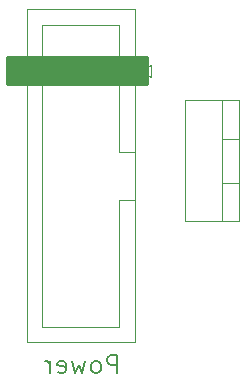
<source format=gbr>
G04 #@! TF.GenerationSoftware,KiCad,Pcbnew,(5.1.9)-1*
G04 #@! TF.CreationDate,2021-04-09T10:44:14+02:00*
G04 #@! TF.ProjectId,Baby 8,42616279-2038-42e6-9b69-6361645f7063,rev?*
G04 #@! TF.SameCoordinates,Original*
G04 #@! TF.FileFunction,Legend,Bot*
G04 #@! TF.FilePolarity,Positive*
%FSLAX46Y46*%
G04 Gerber Fmt 4.6, Leading zero omitted, Abs format (unit mm)*
G04 Created by KiCad (PCBNEW (5.1.9)-1) date 2021-04-09 10:44:14*
%MOMM*%
%LPD*%
G01*
G04 APERTURE LIST*
%ADD10C,0.120000*%
%ADD11C,0.150000*%
%ADD12C,0.254000*%
%ADD13C,0.100000*%
G04 APERTURE END LIST*
D10*
G04 #@! TO.C,J1*
X49010000Y-71625000D02*
X39890000Y-71625000D01*
X39890000Y-71625000D02*
X39890000Y-99825000D01*
X39890000Y-99825000D02*
X49010000Y-99825000D01*
X49010000Y-99825000D02*
X49010000Y-71625000D01*
X49010000Y-83675000D02*
X47700000Y-83675000D01*
X47700000Y-83675000D02*
X47700000Y-72925000D01*
X47700000Y-72925000D02*
X41200000Y-72925000D01*
X41200000Y-72925000D02*
X41200000Y-98525000D01*
X41200000Y-98525000D02*
X47700000Y-98525000D01*
X47700000Y-98525000D02*
X47700000Y-87775000D01*
X47700000Y-87775000D02*
X47700000Y-87775000D01*
X47700000Y-87775000D02*
X49010000Y-87775000D01*
X49400000Y-76835000D02*
X50400000Y-76335000D01*
X50400000Y-76335000D02*
X50400000Y-77335000D01*
X50400000Y-77335000D02*
X49400000Y-76835000D01*
G04 #@! TO.C,U4*
X57880000Y-82604000D02*
X56370000Y-82604000D01*
X57880000Y-86305000D02*
X56370000Y-86305000D01*
X56370000Y-89575000D02*
X56370000Y-79335000D01*
X57880000Y-79335000D02*
X53239000Y-79335000D01*
X57880000Y-89575000D02*
X53239000Y-89575000D01*
X53239000Y-89575000D02*
X53239000Y-79335000D01*
X57880000Y-89575000D02*
X57880000Y-79335000D01*
G04 #@! TO.C,J1*
D11*
X47541285Y-102405571D02*
X47541285Y-100905571D01*
X46969857Y-100905571D01*
X46827000Y-100977000D01*
X46755571Y-101048428D01*
X46684142Y-101191285D01*
X46684142Y-101405571D01*
X46755571Y-101548428D01*
X46827000Y-101619857D01*
X46969857Y-101691285D01*
X47541285Y-101691285D01*
X45827000Y-102405571D02*
X45969857Y-102334142D01*
X46041285Y-102262714D01*
X46112714Y-102119857D01*
X46112714Y-101691285D01*
X46041285Y-101548428D01*
X45969857Y-101477000D01*
X45827000Y-101405571D01*
X45612714Y-101405571D01*
X45469857Y-101477000D01*
X45398428Y-101548428D01*
X45327000Y-101691285D01*
X45327000Y-102119857D01*
X45398428Y-102262714D01*
X45469857Y-102334142D01*
X45612714Y-102405571D01*
X45827000Y-102405571D01*
X44827000Y-101405571D02*
X44541285Y-102405571D01*
X44255571Y-101691285D01*
X43969857Y-102405571D01*
X43684142Y-101405571D01*
X42541285Y-102334142D02*
X42684142Y-102405571D01*
X42969857Y-102405571D01*
X43112714Y-102334142D01*
X43184142Y-102191285D01*
X43184142Y-101619857D01*
X43112714Y-101477000D01*
X42969857Y-101405571D01*
X42684142Y-101405571D01*
X42541285Y-101477000D01*
X42469857Y-101619857D01*
X42469857Y-101762714D01*
X43184142Y-101905571D01*
X41827000Y-102405571D02*
X41827000Y-101405571D01*
X41827000Y-101691285D02*
X41755571Y-101548428D01*
X41684142Y-101477000D01*
X41541285Y-101405571D01*
X41398428Y-101405571D01*
G04 #@! TD*
D12*
X50038000Y-77978000D02*
X38227000Y-77978000D01*
X38227000Y-75692000D01*
X50038000Y-75692000D01*
X50038000Y-77978000D01*
D13*
G36*
X50038000Y-77978000D02*
G01*
X38227000Y-77978000D01*
X38227000Y-75692000D01*
X50038000Y-75692000D01*
X50038000Y-77978000D01*
G37*
M02*

</source>
